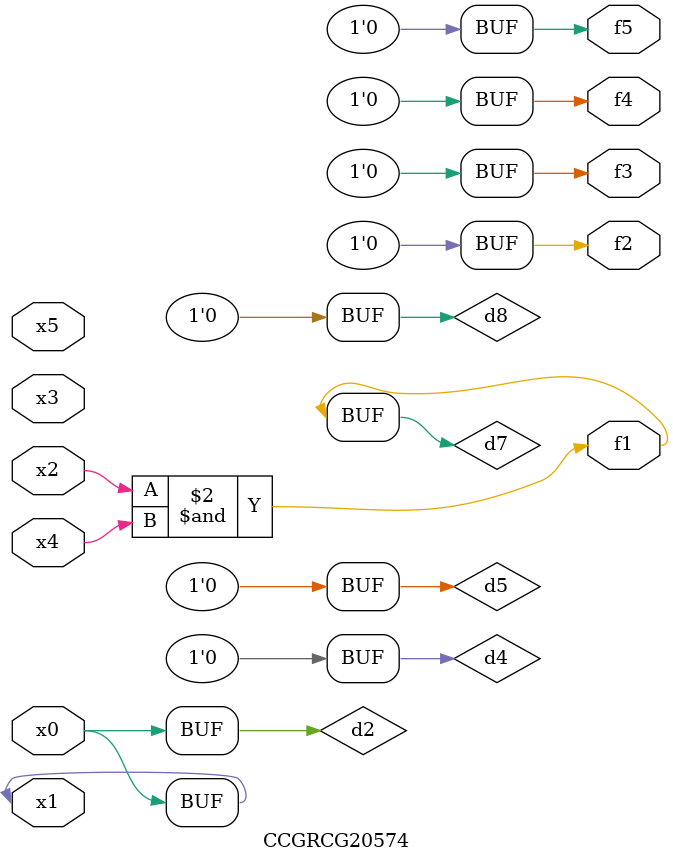
<source format=v>
module CCGRCG20574(
	input x0, x1, x2, x3, x4, x5,
	output f1, f2, f3, f4, f5
);

	wire d1, d2, d3, d4, d5, d6, d7, d8, d9;

	nand (d1, x1);
	buf (d2, x0, x1);
	nand (d3, x2, x4);
	and (d4, d1, d2);
	and (d5, d1, d2);
	nand (d6, d1, d3);
	not (d7, d3);
	xor (d8, d5);
	nor (d9, d5, d6);
	assign f1 = d7;
	assign f2 = d8;
	assign f3 = d8;
	assign f4 = d8;
	assign f5 = d8;
endmodule

</source>
